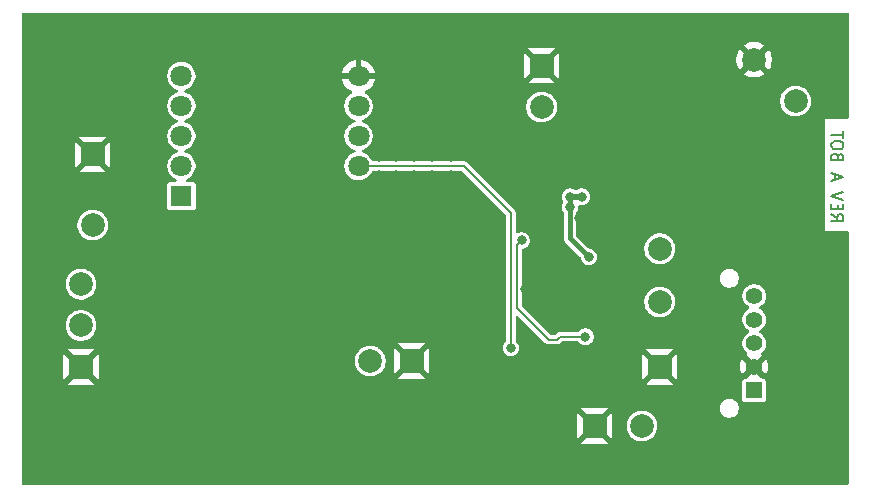
<source format=gbl>
%TF.GenerationSoftware,KiCad,Pcbnew,9.0.0-rc3-13-g9b184afb43*%
%TF.CreationDate,2025-02-16T14:58:27-08:00*%
%TF.ProjectId,Carrier_Board,43617272-6965-4725-9f42-6f6172642e6b,rev?*%
%TF.SameCoordinates,Original*%
%TF.FileFunction,Copper,L2,Bot*%
%TF.FilePolarity,Positive*%
%FSLAX46Y46*%
G04 Gerber Fmt 4.6, Leading zero omitted, Abs format (unit mm)*
G04 Created by KiCad (PCBNEW 9.0.0-rc3-13-g9b184afb43) date 2025-02-16 14:58:27*
%MOMM*%
%LPD*%
G01*
G04 APERTURE LIST*
%ADD10C,0.150000*%
%TA.AperFunction,NonConductor*%
%ADD11C,0.150000*%
%TD*%
%TA.AperFunction,ComponentPad*%
%ADD12R,1.800000X1.800000*%
%TD*%
%TA.AperFunction,ComponentPad*%
%ADD13C,1.800000*%
%TD*%
%TA.AperFunction,ComponentPad*%
%ADD14C,2.000000*%
%TD*%
%TA.AperFunction,ComponentPad*%
%ADD15R,2.000000X2.000000*%
%TD*%
%TA.AperFunction,ComponentPad*%
%ADD16R,1.400000X1.400000*%
%TD*%
%TA.AperFunction,ComponentPad*%
%ADD17C,1.400000*%
%TD*%
%TA.AperFunction,ViaPad*%
%ADD18C,0.800000*%
%TD*%
%TA.AperFunction,ViaPad*%
%ADD19C,0.700000*%
%TD*%
%TA.AperFunction,ViaPad*%
%ADD20C,5.000000*%
%TD*%
%TA.AperFunction,Conductor*%
%ADD21C,0.200000*%
%TD*%
%TA.AperFunction,Conductor*%
%ADD22C,0.400000*%
%TD*%
%TA.AperFunction,Conductor*%
%ADD23C,0.350000*%
%TD*%
%TA.AperFunction,Conductor*%
%ADD24C,0.500000*%
%TD*%
G04 APERTURE END LIST*
D10*
D11*
X183545180Y-97091792D02*
X184021371Y-97425125D01*
X183545180Y-97663220D02*
X184545180Y-97663220D01*
X184545180Y-97663220D02*
X184545180Y-97282268D01*
X184545180Y-97282268D02*
X184497561Y-97187030D01*
X184497561Y-97187030D02*
X184449942Y-97139411D01*
X184449942Y-97139411D02*
X184354704Y-97091792D01*
X184354704Y-97091792D02*
X184211847Y-97091792D01*
X184211847Y-97091792D02*
X184116609Y-97139411D01*
X184116609Y-97139411D02*
X184068990Y-97187030D01*
X184068990Y-97187030D02*
X184021371Y-97282268D01*
X184021371Y-97282268D02*
X184021371Y-97663220D01*
X184068990Y-96663220D02*
X184068990Y-96329887D01*
X183545180Y-96187030D02*
X183545180Y-96663220D01*
X183545180Y-96663220D02*
X184545180Y-96663220D01*
X184545180Y-96663220D02*
X184545180Y-96187030D01*
X184545180Y-95901315D02*
X183545180Y-95567982D01*
X183545180Y-95567982D02*
X184545180Y-95234649D01*
X183830895Y-94187029D02*
X183830895Y-93710839D01*
X183545180Y-94282267D02*
X184545180Y-93948934D01*
X184545180Y-93948934D02*
X183545180Y-93615601D01*
X184068990Y-92187029D02*
X184021371Y-92044172D01*
X184021371Y-92044172D02*
X183973752Y-91996553D01*
X183973752Y-91996553D02*
X183878514Y-91948934D01*
X183878514Y-91948934D02*
X183735657Y-91948934D01*
X183735657Y-91948934D02*
X183640419Y-91996553D01*
X183640419Y-91996553D02*
X183592800Y-92044172D01*
X183592800Y-92044172D02*
X183545180Y-92139410D01*
X183545180Y-92139410D02*
X183545180Y-92520362D01*
X183545180Y-92520362D02*
X184545180Y-92520362D01*
X184545180Y-92520362D02*
X184545180Y-92187029D01*
X184545180Y-92187029D02*
X184497561Y-92091791D01*
X184497561Y-92091791D02*
X184449942Y-92044172D01*
X184449942Y-92044172D02*
X184354704Y-91996553D01*
X184354704Y-91996553D02*
X184259466Y-91996553D01*
X184259466Y-91996553D02*
X184164228Y-92044172D01*
X184164228Y-92044172D02*
X184116609Y-92091791D01*
X184116609Y-92091791D02*
X184068990Y-92187029D01*
X184068990Y-92187029D02*
X184068990Y-92520362D01*
X184545180Y-91329886D02*
X184545180Y-91139410D01*
X184545180Y-91139410D02*
X184497561Y-91044172D01*
X184497561Y-91044172D02*
X184402323Y-90948934D01*
X184402323Y-90948934D02*
X184211847Y-90901315D01*
X184211847Y-90901315D02*
X183878514Y-90901315D01*
X183878514Y-90901315D02*
X183688038Y-90948934D01*
X183688038Y-90948934D02*
X183592800Y-91044172D01*
X183592800Y-91044172D02*
X183545180Y-91139410D01*
X183545180Y-91139410D02*
X183545180Y-91329886D01*
X183545180Y-91329886D02*
X183592800Y-91425124D01*
X183592800Y-91425124D02*
X183688038Y-91520362D01*
X183688038Y-91520362D02*
X183878514Y-91567981D01*
X183878514Y-91567981D02*
X184211847Y-91567981D01*
X184211847Y-91567981D02*
X184402323Y-91520362D01*
X184402323Y-91520362D02*
X184497561Y-91425124D01*
X184497561Y-91425124D02*
X184545180Y-91329886D01*
X184545180Y-90615600D02*
X184545180Y-90044172D01*
X183545180Y-90329886D02*
X184545180Y-90329886D01*
D12*
%TO.P,U1,1,3V3*%
%TO.N,3V3*%
X128500000Y-95540000D03*
D13*
%TO.P,U1,2,GPIO5*%
%TO.N,/STATUS_LED*%
X128500000Y-93000000D03*
%TO.P,U1,3,GPIO6*%
%TO.N,/CN105_OE*%
X128500000Y-90460000D03*
%TO.P,U1,4,GPIO7*%
%TO.N,/MODULE_SCL*%
X128500000Y-87920000D03*
%TO.P,U1,5,GPIO8*%
%TO.N,/MODULE_SDA*%
X128500000Y-85380000D03*
%TO.P,U1,6,GND*%
%TO.N,GND*%
X143500000Y-85380000D03*
%TO.P,U1,7,5V*%
%TO.N,5V_MODULE*%
X143500000Y-87920000D03*
%TO.P,U1,8,GPIO38*%
%TO.N,/CN105_TX_IN_3V3*%
X143500000Y-90460000D03*
%TO.P,U1,9,GPIO39*%
%TO.N,/CN105_RX_OUT_3V3*%
X143500000Y-93000000D03*
%TD*%
D14*
%TO.P,TP6,1,1*%
%TO.N,/MODULE_SCL*%
X120000000Y-103000000D03*
%TD*%
%TO.P,TP4,1,1*%
%TO.N,3V3*%
X144500000Y-109500000D03*
%TD*%
D15*
%TO.P,TP2,1,1*%
%TO.N,GND*%
X148000000Y-109500000D03*
%TD*%
%TO.P,TP16,1,1*%
%TO.N,GND*%
X169000000Y-110000000D03*
%TD*%
D14*
%TO.P,TP11,1,1*%
%TO.N,GND*%
X177000000Y-84000000D03*
%TD*%
D15*
%TO.P,TP3,1,1*%
%TO.N,GND*%
X121000000Y-92000000D03*
%TD*%
%TO.P,TP9,1,1*%
%TO.N,GND*%
X159000000Y-84500000D03*
%TD*%
D14*
%TO.P,TP7,1,1*%
%TO.N,/MODULE_SDA*%
X120000000Y-106500000D03*
%TD*%
%TO.P,TP8,1,1*%
%TO.N,5V_MODULE*%
X159000000Y-88000000D03*
%TD*%
%TO.P,TP10,1,1*%
%TO.N,5V_CN105*%
X180500000Y-87500000D03*
%TD*%
%TO.P,TP1,1,1*%
%TO.N,/STATUS_LED*%
X121000000Y-98000000D03*
%TD*%
%TO.P,TP12,1,1*%
%TO.N,/12V*%
X167500000Y-115000000D03*
%TD*%
D15*
%TO.P,TP13,1,1*%
%TO.N,GND*%
X163500000Y-115000000D03*
%TD*%
D16*
%TO.P,J1,1,Pin_1*%
%TO.N,/12V*%
X177000000Y-112000000D03*
D17*
%TO.P,J1,2,Pin_2*%
%TO.N,GND*%
X177000000Y-110000000D03*
%TO.P,J1,3,Pin_3*%
%TO.N,/CN105_5V_IN*%
X177000000Y-108000000D03*
%TO.P,J1,4,Pin_4*%
%TO.N,/CN105_TX_IN*%
X177000000Y-106000000D03*
%TO.P,J1,5,Pin_5*%
%TO.N,/CN105_RX_OUT*%
X177000000Y-104000000D03*
%TD*%
D14*
%TO.P,TP14,1,1*%
%TO.N,/CN105_TX_IN*%
X169000000Y-100000000D03*
%TD*%
%TO.P,TP15,1,1*%
%TO.N,/CN105_RX_OUT*%
X169000000Y-104500000D03*
%TD*%
D15*
%TO.P,TP5,1,1*%
%TO.N,GND*%
X120000000Y-110000000D03*
%TD*%
D18*
%TO.N,GND*%
X152300000Y-94200000D03*
X153500000Y-93000000D03*
X145200000Y-92200000D03*
X145200000Y-93800000D03*
X146700000Y-92200000D03*
X146700000Y-93800000D03*
X148200000Y-92200000D03*
X148200000Y-93800000D03*
X136000000Y-81000000D03*
X116000000Y-107000000D03*
D19*
X160000000Y-99225000D03*
D20*
X118000000Y-117000000D03*
D18*
X173500000Y-97000000D03*
X116000000Y-85000000D03*
X120000000Y-85000000D03*
X120000000Y-83000000D03*
X166000000Y-81000000D03*
X184000000Y-87000000D03*
X160000000Y-104500000D03*
X149700000Y-92200000D03*
X116000000Y-115000000D03*
X130000000Y-81000000D03*
X182000000Y-81000000D03*
X184000000Y-101000000D03*
X156000000Y-81000000D03*
X151000000Y-86137500D03*
X116000000Y-105000000D03*
X120000000Y-119000000D03*
X184000000Y-99000000D03*
X153400000Y-95200000D03*
X118000000Y-81000000D03*
X152962500Y-108037500D03*
X172000000Y-119000000D03*
X148000000Y-119000000D03*
X184000000Y-81000000D03*
X134000000Y-119000000D03*
X155400000Y-107500000D03*
X136000000Y-119000000D03*
X160000000Y-100775000D03*
X176000000Y-119000000D03*
X162850000Y-99275000D03*
X158000000Y-81000000D03*
X122000000Y-119000000D03*
X170000000Y-81000000D03*
X184000000Y-103000000D03*
X160000000Y-81000000D03*
X173300000Y-94250000D03*
X128000000Y-81000000D03*
X150000000Y-108037500D03*
X132000000Y-119000000D03*
X184000000Y-83000000D03*
X130000000Y-119000000D03*
X174000000Y-81000000D03*
X120000000Y-115000000D03*
X184000000Y-111000000D03*
X116000000Y-89000000D03*
X178100000Y-100000000D03*
X116000000Y-97000000D03*
X180000000Y-83000000D03*
X162000000Y-119000000D03*
X184000000Y-117000000D03*
X116000000Y-91000000D03*
X116000000Y-119000000D03*
X152000000Y-81000000D03*
X154000000Y-81000000D03*
X142000000Y-81000000D03*
X164000000Y-119000000D03*
X128000000Y-119000000D03*
X116000000Y-87000000D03*
X126000000Y-81000000D03*
X138000000Y-119000000D03*
X176000000Y-81000000D03*
X151300000Y-92200000D03*
X151300000Y-93800000D03*
X146000000Y-81000000D03*
X154750000Y-96500000D03*
X120000000Y-81000000D03*
X116000000Y-93000000D03*
X157250000Y-97750000D03*
X116000000Y-111000000D03*
X118000000Y-119000000D03*
X134000000Y-81000000D03*
X182000000Y-119000000D03*
X184000000Y-115000000D03*
X144000000Y-119000000D03*
X164000000Y-81000000D03*
X148000000Y-81000000D03*
X184000000Y-85000000D03*
X155500000Y-97750000D03*
X120000000Y-117000000D03*
X157316228Y-107451315D03*
X180000000Y-117000000D03*
D19*
X160000000Y-105950000D03*
D18*
X146000000Y-119000000D03*
X124000000Y-81000000D03*
X116000000Y-81000000D03*
X158000000Y-119000000D03*
X180000000Y-115000000D03*
X162200000Y-97400000D03*
X153412500Y-99500000D03*
X184000000Y-107000000D03*
X137000000Y-115500000D03*
X140000000Y-119000000D03*
X116000000Y-103000000D03*
X126150000Y-112650000D03*
X182000000Y-85000000D03*
X160450000Y-97400000D03*
X140000000Y-81000000D03*
X150000000Y-81000000D03*
X182000000Y-115000000D03*
X132000000Y-81000000D03*
X116000000Y-109000000D03*
D20*
X118000000Y-83000000D03*
D18*
X155975000Y-95275000D03*
X178000000Y-81000000D03*
X126000000Y-119000000D03*
X168000000Y-81000000D03*
X118000000Y-85000000D03*
X118000000Y-115000000D03*
X142000000Y-119000000D03*
X153593750Y-85962500D03*
X124000000Y-119000000D03*
X184000000Y-113000000D03*
X138000000Y-81000000D03*
X174000000Y-119000000D03*
X152000000Y-119000000D03*
X144000000Y-81000000D03*
X116000000Y-117000000D03*
X116000000Y-101000000D03*
D20*
X182000000Y-117000000D03*
D19*
X160000000Y-107000000D03*
D18*
X180000000Y-81000000D03*
X155500000Y-103400000D03*
X184000000Y-109000000D03*
X149700000Y-93800000D03*
X170000000Y-84500000D03*
X180000000Y-85000000D03*
X168000000Y-119000000D03*
X156000000Y-119000000D03*
X172000000Y-81000000D03*
X178000000Y-119000000D03*
X116000000Y-83000000D03*
X166000000Y-119000000D03*
X180000000Y-119000000D03*
D20*
X182000000Y-83000000D03*
D18*
X160000000Y-102225000D03*
X184000000Y-119000000D03*
X162000000Y-81000000D03*
X133862500Y-111650000D03*
X150000000Y-119000000D03*
X160000000Y-119000000D03*
X184000000Y-105000000D03*
X116000000Y-95000000D03*
X116000000Y-113000000D03*
X170000000Y-119000000D03*
X122000000Y-81000000D03*
X157600000Y-103400000D03*
X154000000Y-119000000D03*
X154600000Y-94000000D03*
X116000000Y-99000000D03*
%TO.N,5V_CN105*%
X161400000Y-95600000D03*
X161400000Y-96500000D03*
X163000000Y-100700000D03*
X162400000Y-95600000D03*
%TO.N,/CN105_OE*%
X162700000Y-107450000D03*
X157300000Y-99300000D03*
%TO.N,/CN105_RX_OUT_3V3*%
X156400000Y-108400000D03*
%TD*%
D21*
%TO.N,/CN105_RX_OUT_3V3*%
X156400000Y-97000000D02*
X152400000Y-93000000D01*
X152400000Y-93000000D02*
X143500000Y-93000000D01*
X156400000Y-108400000D02*
X156400000Y-97000000D01*
D22*
%TO.N,5V_CN105*%
X161400000Y-98900000D02*
X161400000Y-95600000D01*
D23*
X161400000Y-99100000D02*
X161400000Y-98900000D01*
D24*
X162400000Y-95600000D02*
X161400000Y-95600000D01*
D22*
X163000000Y-100700000D02*
X161400000Y-99100000D01*
D21*
%TO.N,/CN105_OE*%
X157300000Y-99300000D02*
X156900000Y-99700000D01*
X162650000Y-107400000D02*
X162700000Y-107450000D01*
X156900000Y-105000000D02*
X159600000Y-107700000D01*
X160300000Y-107700000D02*
X160550000Y-107450000D01*
X160550000Y-107450000D02*
X162700000Y-107450000D01*
X159600000Y-107700000D02*
X160300000Y-107700000D01*
X156900000Y-99700000D02*
X156900000Y-105000000D01*
%TD*%
%TA.AperFunction,Conductor*%
%TO.N,GND*%
G36*
X184942539Y-80020185D02*
G01*
X184988294Y-80072989D01*
X184999500Y-80124500D01*
X184999500Y-88876000D01*
X184979815Y-88943039D01*
X184927011Y-88988794D01*
X184875500Y-89000000D01*
X183000000Y-89000000D01*
X183000000Y-98500000D01*
X184875500Y-98500000D01*
X184942539Y-98519685D01*
X184988294Y-98572489D01*
X184999500Y-98624000D01*
X184999500Y-119875500D01*
X184979815Y-119942539D01*
X184927011Y-119988294D01*
X184875500Y-119999500D01*
X115124500Y-119999500D01*
X115057461Y-119979815D01*
X115011706Y-119927011D01*
X115000500Y-119875500D01*
X115000500Y-113952155D01*
X162000000Y-113952155D01*
X162000000Y-116047844D01*
X162006401Y-116107375D01*
X162015277Y-116131170D01*
X163017037Y-115129410D01*
X163034075Y-115192993D01*
X163099901Y-115307007D01*
X163192993Y-115400099D01*
X163307007Y-115465925D01*
X163370589Y-115482962D01*
X162368829Y-116484720D01*
X162368829Y-116484722D01*
X162392622Y-116493597D01*
X162392623Y-116493598D01*
X162452155Y-116499999D01*
X162452172Y-116500000D01*
X164547828Y-116500000D01*
X164547844Y-116499999D01*
X164607372Y-116493598D01*
X164631169Y-116484721D01*
X163629410Y-115482962D01*
X163692993Y-115465925D01*
X163807007Y-115400099D01*
X163900099Y-115307007D01*
X163965925Y-115192993D01*
X163982962Y-115129410D01*
X164984721Y-116131169D01*
X164993598Y-116107372D01*
X164999999Y-116047844D01*
X165000000Y-116047827D01*
X165000000Y-114897648D01*
X166199500Y-114897648D01*
X166199500Y-115102351D01*
X166231522Y-115304534D01*
X166294781Y-115499223D01*
X166387715Y-115681613D01*
X166508028Y-115847213D01*
X166652786Y-115991971D01*
X166807749Y-116104556D01*
X166818390Y-116112287D01*
X166934607Y-116171503D01*
X167000776Y-116205218D01*
X167000778Y-116205218D01*
X167000781Y-116205220D01*
X167105137Y-116239127D01*
X167195465Y-116268477D01*
X167296557Y-116284488D01*
X167397648Y-116300500D01*
X167397649Y-116300500D01*
X167602351Y-116300500D01*
X167602352Y-116300500D01*
X167804534Y-116268477D01*
X167999219Y-116205220D01*
X168181610Y-116112287D01*
X168274590Y-116044732D01*
X168347213Y-115991971D01*
X168347215Y-115991968D01*
X168347219Y-115991966D01*
X168491966Y-115847219D01*
X168491968Y-115847215D01*
X168491971Y-115847213D01*
X168544732Y-115774590D01*
X168612287Y-115681610D01*
X168705220Y-115499219D01*
X168768477Y-115304534D01*
X168800500Y-115102352D01*
X168800500Y-114897648D01*
X168768477Y-114695466D01*
X168767673Y-114692993D01*
X168705218Y-114500776D01*
X168671503Y-114434607D01*
X168612287Y-114318390D01*
X168576939Y-114269737D01*
X168491971Y-114152786D01*
X168347213Y-114008028D01*
X168181613Y-113887715D01*
X168181612Y-113887714D01*
X168181610Y-113887713D01*
X168124653Y-113858691D01*
X167999223Y-113794781D01*
X167804534Y-113731522D01*
X167629995Y-113703878D01*
X167602352Y-113699500D01*
X167397648Y-113699500D01*
X167373329Y-113703351D01*
X167195465Y-113731522D01*
X167000776Y-113794781D01*
X166818386Y-113887715D01*
X166652786Y-114008028D01*
X166508028Y-114152786D01*
X166387715Y-114318386D01*
X166294781Y-114500776D01*
X166231522Y-114695465D01*
X166199500Y-114897648D01*
X165000000Y-114897648D01*
X165000000Y-113952172D01*
X164999999Y-113952155D01*
X164993598Y-113892623D01*
X164993597Y-113892622D01*
X164984722Y-113868829D01*
X164984720Y-113868829D01*
X163982962Y-114870588D01*
X163965925Y-114807007D01*
X163900099Y-114692993D01*
X163807007Y-114599901D01*
X163692993Y-114534075D01*
X163629410Y-114517037D01*
X164631170Y-113515277D01*
X164631170Y-113515276D01*
X164607378Y-113506402D01*
X164607375Y-113506401D01*
X164547844Y-113500000D01*
X162452155Y-113500000D01*
X162392627Y-113506401D01*
X162392623Y-113506402D01*
X162368829Y-113515277D01*
X163370589Y-114517037D01*
X163307007Y-114534075D01*
X163192993Y-114599901D01*
X163099901Y-114692993D01*
X163034075Y-114807007D01*
X163017037Y-114870589D01*
X162015277Y-113868829D01*
X162006402Y-113892623D01*
X162006401Y-113892627D01*
X162000000Y-113952155D01*
X115000500Y-113952155D01*
X115000500Y-113421153D01*
X174099500Y-113421153D01*
X174099500Y-113578846D01*
X174130261Y-113733489D01*
X174130264Y-113733501D01*
X174190602Y-113879172D01*
X174190609Y-113879185D01*
X174278210Y-114010288D01*
X174278213Y-114010292D01*
X174389707Y-114121786D01*
X174389711Y-114121789D01*
X174520814Y-114209390D01*
X174520827Y-114209397D01*
X174666498Y-114269735D01*
X174666503Y-114269737D01*
X174821153Y-114300499D01*
X174821156Y-114300500D01*
X174821158Y-114300500D01*
X174978844Y-114300500D01*
X174978845Y-114300499D01*
X175133497Y-114269737D01*
X175279179Y-114209394D01*
X175410289Y-114121789D01*
X175521789Y-114010289D01*
X175609394Y-113879179D01*
X175669737Y-113733497D01*
X175700500Y-113578842D01*
X175700500Y-113421158D01*
X175700500Y-113421155D01*
X175700499Y-113421153D01*
X175669738Y-113266510D01*
X175669737Y-113266503D01*
X175669735Y-113266498D01*
X175609397Y-113120827D01*
X175609390Y-113120814D01*
X175521789Y-112989711D01*
X175521786Y-112989707D01*
X175410292Y-112878213D01*
X175410288Y-112878210D01*
X175279185Y-112790609D01*
X175279172Y-112790602D01*
X175133501Y-112730264D01*
X175133489Y-112730261D01*
X174978845Y-112699500D01*
X174978842Y-112699500D01*
X174821158Y-112699500D01*
X174821155Y-112699500D01*
X174666510Y-112730261D01*
X174666498Y-112730264D01*
X174520827Y-112790602D01*
X174520814Y-112790609D01*
X174389711Y-112878210D01*
X174389707Y-112878213D01*
X174278213Y-112989707D01*
X174278210Y-112989711D01*
X174190609Y-113120814D01*
X174190602Y-113120827D01*
X174130264Y-113266498D01*
X174130261Y-113266510D01*
X174099500Y-113421153D01*
X115000500Y-113421153D01*
X115000500Y-108952155D01*
X118500000Y-108952155D01*
X118500000Y-111047844D01*
X118506401Y-111107375D01*
X118515277Y-111131170D01*
X119517037Y-110129410D01*
X119534075Y-110192993D01*
X119599901Y-110307007D01*
X119692993Y-110400099D01*
X119807007Y-110465925D01*
X119870589Y-110482962D01*
X118868829Y-111484720D01*
X118868829Y-111484722D01*
X118892622Y-111493597D01*
X118892623Y-111493598D01*
X118952155Y-111499999D01*
X118952172Y-111500000D01*
X121047828Y-111500000D01*
X121047844Y-111499999D01*
X121107372Y-111493598D01*
X121131169Y-111484721D01*
X120129410Y-110482962D01*
X120192993Y-110465925D01*
X120307007Y-110400099D01*
X120400099Y-110307007D01*
X120465925Y-110192993D01*
X120482962Y-110129410D01*
X121484721Y-111131169D01*
X121493598Y-111107372D01*
X121499999Y-111047844D01*
X121500000Y-111047827D01*
X121500000Y-109397648D01*
X143199500Y-109397648D01*
X143199500Y-109602351D01*
X143231522Y-109804534D01*
X143294781Y-109999223D01*
X143387715Y-110181613D01*
X143508028Y-110347213D01*
X143652786Y-110491971D01*
X143807749Y-110604556D01*
X143818390Y-110612287D01*
X143934607Y-110671503D01*
X144000776Y-110705218D01*
X144000778Y-110705218D01*
X144000781Y-110705220D01*
X144105137Y-110739127D01*
X144195465Y-110768477D01*
X144296557Y-110784488D01*
X144397648Y-110800500D01*
X144397649Y-110800500D01*
X144602351Y-110800500D01*
X144602352Y-110800500D01*
X144804534Y-110768477D01*
X144999219Y-110705220D01*
X145181610Y-110612287D01*
X145274590Y-110544732D01*
X145347213Y-110491971D01*
X145347215Y-110491968D01*
X145347219Y-110491966D01*
X145491966Y-110347219D01*
X145491968Y-110347215D01*
X145491971Y-110347213D01*
X145544732Y-110274590D01*
X145612287Y-110181610D01*
X145705220Y-109999219D01*
X145768477Y-109804534D01*
X145800500Y-109602352D01*
X145800500Y-109397648D01*
X145768477Y-109195466D01*
X145767673Y-109192993D01*
X145705218Y-109000776D01*
X145665903Y-108923617D01*
X145612287Y-108818390D01*
X145586242Y-108782542D01*
X145491971Y-108652786D01*
X145347213Y-108508028D01*
X145270309Y-108452155D01*
X146500000Y-108452155D01*
X146500000Y-110547844D01*
X146506401Y-110607375D01*
X146515277Y-110631170D01*
X147517037Y-109629410D01*
X147534075Y-109692993D01*
X147599901Y-109807007D01*
X147692993Y-109900099D01*
X147807007Y-109965925D01*
X147870589Y-109982962D01*
X146868829Y-110984720D01*
X146868829Y-110984722D01*
X146892622Y-110993597D01*
X146892623Y-110993598D01*
X146952155Y-110999999D01*
X146952172Y-111000000D01*
X149047828Y-111000000D01*
X149047844Y-110999999D01*
X149107372Y-110993598D01*
X149131169Y-110984721D01*
X148129410Y-109982962D01*
X148192993Y-109965925D01*
X148307007Y-109900099D01*
X148400099Y-109807007D01*
X148465925Y-109692993D01*
X148482962Y-109629410D01*
X149484721Y-110631169D01*
X149493598Y-110607372D01*
X149499999Y-110547844D01*
X149500000Y-110547827D01*
X149500000Y-108452172D01*
X149499999Y-108452155D01*
X149493598Y-108392623D01*
X149493597Y-108392622D01*
X149484722Y-108368829D01*
X149484720Y-108368829D01*
X148482962Y-109370588D01*
X148465925Y-109307007D01*
X148400099Y-109192993D01*
X148307007Y-109099901D01*
X148192993Y-109034075D01*
X148129410Y-109017037D01*
X149131170Y-108015277D01*
X149131170Y-108015276D01*
X149107375Y-108006401D01*
X149047844Y-108000000D01*
X146952155Y-108000000D01*
X146892627Y-108006401D01*
X146892623Y-108006402D01*
X146868829Y-108015277D01*
X147870589Y-109017037D01*
X147807007Y-109034075D01*
X147692993Y-109099901D01*
X147599901Y-109192993D01*
X147534075Y-109307007D01*
X147517037Y-109370589D01*
X146515277Y-108368829D01*
X146506402Y-108392623D01*
X146506401Y-108392627D01*
X146500000Y-108452155D01*
X145270309Y-108452155D01*
X145181613Y-108387715D01*
X145181612Y-108387714D01*
X145181610Y-108387713D01*
X145124653Y-108358691D01*
X144999223Y-108294781D01*
X144804534Y-108231522D01*
X144629995Y-108203878D01*
X144602352Y-108199500D01*
X144397648Y-108199500D01*
X144373329Y-108203351D01*
X144195465Y-108231522D01*
X144000776Y-108294781D01*
X143818386Y-108387715D01*
X143652786Y-108508028D01*
X143508028Y-108652786D01*
X143387715Y-108818386D01*
X143294781Y-109000776D01*
X143231522Y-109195465D01*
X143199500Y-109397648D01*
X121500000Y-109397648D01*
X121500000Y-108952172D01*
X121499999Y-108952155D01*
X121493598Y-108892623D01*
X121493597Y-108892622D01*
X121484722Y-108868829D01*
X121484720Y-108868829D01*
X120482962Y-109870588D01*
X120465925Y-109807007D01*
X120400099Y-109692993D01*
X120307007Y-109599901D01*
X120192993Y-109534075D01*
X120129410Y-109517037D01*
X121131170Y-108515277D01*
X121131170Y-108515276D01*
X121107375Y-108506401D01*
X121047844Y-108500000D01*
X118952155Y-108500000D01*
X118892627Y-108506401D01*
X118892623Y-108506402D01*
X118868829Y-108515277D01*
X119870589Y-109517037D01*
X119807007Y-109534075D01*
X119692993Y-109599901D01*
X119599901Y-109692993D01*
X119534075Y-109807007D01*
X119517037Y-109870589D01*
X118515277Y-108868829D01*
X118506402Y-108892623D01*
X118506401Y-108892627D01*
X118500000Y-108952155D01*
X115000500Y-108952155D01*
X115000500Y-106397648D01*
X118699500Y-106397648D01*
X118699500Y-106602351D01*
X118731522Y-106804534D01*
X118794781Y-106999223D01*
X118887715Y-107181613D01*
X119008028Y-107347213D01*
X119152786Y-107491971D01*
X119307749Y-107604556D01*
X119318390Y-107612287D01*
X119400908Y-107654332D01*
X119500776Y-107705218D01*
X119500778Y-107705218D01*
X119500781Y-107705220D01*
X119605137Y-107739127D01*
X119695465Y-107768477D01*
X119779608Y-107781804D01*
X119897648Y-107800500D01*
X119897649Y-107800500D01*
X120102351Y-107800500D01*
X120102352Y-107800500D01*
X120304534Y-107768477D01*
X120499219Y-107705220D01*
X120681610Y-107612287D01*
X120774590Y-107544732D01*
X120847213Y-107491971D01*
X120847215Y-107491968D01*
X120847219Y-107491966D01*
X120991966Y-107347219D01*
X120991968Y-107347215D01*
X120991971Y-107347213D01*
X121065740Y-107245677D01*
X121112287Y-107181610D01*
X121205220Y-106999219D01*
X121268477Y-106804534D01*
X121300500Y-106602352D01*
X121300500Y-106397648D01*
X121268477Y-106195466D01*
X121205220Y-106000781D01*
X121205218Y-106000778D01*
X121205218Y-106000776D01*
X121154611Y-105901456D01*
X121112287Y-105818390D01*
X121099289Y-105800500D01*
X120991971Y-105652786D01*
X120847213Y-105508028D01*
X120681613Y-105387715D01*
X120681612Y-105387714D01*
X120681610Y-105387713D01*
X120624653Y-105358691D01*
X120499223Y-105294781D01*
X120304534Y-105231522D01*
X120129995Y-105203878D01*
X120102352Y-105199500D01*
X119897648Y-105199500D01*
X119873329Y-105203351D01*
X119695465Y-105231522D01*
X119500776Y-105294781D01*
X119318386Y-105387715D01*
X119152786Y-105508028D01*
X119008028Y-105652786D01*
X118887715Y-105818386D01*
X118794781Y-106000776D01*
X118731522Y-106195465D01*
X118699500Y-106397648D01*
X115000500Y-106397648D01*
X115000500Y-102897648D01*
X118699500Y-102897648D01*
X118699500Y-103102351D01*
X118731522Y-103304534D01*
X118794781Y-103499223D01*
X118808469Y-103526086D01*
X118873026Y-103652786D01*
X118887715Y-103681613D01*
X119008028Y-103847213D01*
X119152786Y-103991971D01*
X119299470Y-104098541D01*
X119318390Y-104112287D01*
X119434607Y-104171503D01*
X119500776Y-104205218D01*
X119500778Y-104205218D01*
X119500781Y-104205220D01*
X119605137Y-104239127D01*
X119695465Y-104268477D01*
X119796557Y-104284488D01*
X119897648Y-104300500D01*
X119897649Y-104300500D01*
X120102351Y-104300500D01*
X120102352Y-104300500D01*
X120304534Y-104268477D01*
X120499219Y-104205220D01*
X120681610Y-104112287D01*
X120774590Y-104044732D01*
X120847213Y-103991971D01*
X120847215Y-103991968D01*
X120847219Y-103991966D01*
X120991966Y-103847219D01*
X120991968Y-103847215D01*
X120991971Y-103847213D01*
X121092990Y-103708170D01*
X121112287Y-103681610D01*
X121205220Y-103499219D01*
X121268477Y-103304534D01*
X121300500Y-103102352D01*
X121300500Y-102897648D01*
X121268477Y-102695466D01*
X121205220Y-102500781D01*
X121205218Y-102500778D01*
X121205218Y-102500776D01*
X121164647Y-102421153D01*
X121112287Y-102318390D01*
X121104556Y-102307749D01*
X120991971Y-102152786D01*
X120847213Y-102008028D01*
X120681613Y-101887715D01*
X120681612Y-101887714D01*
X120681610Y-101887713D01*
X120624653Y-101858691D01*
X120499223Y-101794781D01*
X120304534Y-101731522D01*
X120129995Y-101703878D01*
X120102352Y-101699500D01*
X119897648Y-101699500D01*
X119873329Y-101703351D01*
X119695465Y-101731522D01*
X119500776Y-101794781D01*
X119318386Y-101887715D01*
X119152786Y-102008028D01*
X119008028Y-102152786D01*
X118887715Y-102318386D01*
X118794781Y-102500776D01*
X118731522Y-102695465D01*
X118699500Y-102897648D01*
X115000500Y-102897648D01*
X115000500Y-97897648D01*
X119699500Y-97897648D01*
X119699500Y-98102351D01*
X119731522Y-98304534D01*
X119794781Y-98499223D01*
X119845876Y-98599500D01*
X119886499Y-98679228D01*
X119887715Y-98681613D01*
X120008028Y-98847213D01*
X120152786Y-98991971D01*
X120295514Y-99095667D01*
X120318390Y-99112287D01*
X120397864Y-99152781D01*
X120500776Y-99205218D01*
X120500778Y-99205218D01*
X120500781Y-99205220D01*
X120580136Y-99231004D01*
X120695465Y-99268477D01*
X120796557Y-99284488D01*
X120897648Y-99300500D01*
X120897649Y-99300500D01*
X121102351Y-99300500D01*
X121102352Y-99300500D01*
X121304534Y-99268477D01*
X121499219Y-99205220D01*
X121681610Y-99112287D01*
X121794868Y-99030001D01*
X121847213Y-98991971D01*
X121847215Y-98991968D01*
X121847219Y-98991966D01*
X121991966Y-98847219D01*
X121991968Y-98847215D01*
X121991971Y-98847213D01*
X122099289Y-98699500D01*
X122112287Y-98681610D01*
X122205220Y-98499219D01*
X122268477Y-98304534D01*
X122300500Y-98102352D01*
X122300500Y-97897648D01*
X122268477Y-97695466D01*
X122205220Y-97500781D01*
X122205218Y-97500778D01*
X122205218Y-97500776D01*
X122171503Y-97434607D01*
X122112287Y-97318390D01*
X122104556Y-97307749D01*
X121991971Y-97152786D01*
X121847213Y-97008028D01*
X121681613Y-96887715D01*
X121681612Y-96887714D01*
X121681610Y-96887713D01*
X121598586Y-96845410D01*
X121499223Y-96794781D01*
X121304534Y-96731522D01*
X121129995Y-96703878D01*
X121102352Y-96699500D01*
X120897648Y-96699500D01*
X120873329Y-96703351D01*
X120695465Y-96731522D01*
X120500776Y-96794781D01*
X120318386Y-96887715D01*
X120152786Y-97008028D01*
X120008028Y-97152786D01*
X119887715Y-97318386D01*
X119794781Y-97500776D01*
X119731522Y-97695465D01*
X119699500Y-97897648D01*
X115000500Y-97897648D01*
X115000500Y-90952155D01*
X119500000Y-90952155D01*
X119500000Y-93047844D01*
X119506401Y-93107375D01*
X119515277Y-93131170D01*
X120517037Y-92129410D01*
X120534075Y-92192993D01*
X120599901Y-92307007D01*
X120692993Y-92400099D01*
X120807007Y-92465925D01*
X120870589Y-92482962D01*
X119868829Y-93484720D01*
X119868829Y-93484722D01*
X119892622Y-93493597D01*
X119892623Y-93493598D01*
X119952155Y-93499999D01*
X119952172Y-93500000D01*
X122047828Y-93500000D01*
X122047844Y-93499999D01*
X122107372Y-93493598D01*
X122131169Y-93484721D01*
X121129410Y-92482962D01*
X121192993Y-92465925D01*
X121307007Y-92400099D01*
X121400099Y-92307007D01*
X121465925Y-92192993D01*
X121482962Y-92129410D01*
X122484721Y-93131169D01*
X122493598Y-93107372D01*
X122499999Y-93047844D01*
X122500000Y-93047827D01*
X122500000Y-90952172D01*
X122499999Y-90952155D01*
X122493598Y-90892623D01*
X122493597Y-90892622D01*
X122484722Y-90868829D01*
X122484720Y-90868829D01*
X121482962Y-91870588D01*
X121465925Y-91807007D01*
X121400099Y-91692993D01*
X121307007Y-91599901D01*
X121192993Y-91534075D01*
X121129410Y-91517037D01*
X122131170Y-90515277D01*
X122131170Y-90515276D01*
X122107375Y-90506401D01*
X122047844Y-90500000D01*
X119952155Y-90500000D01*
X119892627Y-90506401D01*
X119892623Y-90506402D01*
X119868829Y-90515277D01*
X120870589Y-91517037D01*
X120807007Y-91534075D01*
X120692993Y-91599901D01*
X120599901Y-91692993D01*
X120534075Y-91807007D01*
X120517037Y-91870589D01*
X119515277Y-90868829D01*
X119506402Y-90892623D01*
X119506401Y-90892627D01*
X119500000Y-90952155D01*
X115000500Y-90952155D01*
X115000500Y-85285513D01*
X127299500Y-85285513D01*
X127299500Y-85474486D01*
X127329059Y-85661118D01*
X127387454Y-85840836D01*
X127426471Y-85917410D01*
X127473240Y-86009199D01*
X127584310Y-86162073D01*
X127717927Y-86295690D01*
X127870801Y-86406760D01*
X127950347Y-86447290D01*
X128039163Y-86492545D01*
X128039165Y-86492545D01*
X128039168Y-86492547D01*
X128086832Y-86508034D01*
X128160803Y-86532069D01*
X128218478Y-86571507D01*
X128245676Y-86635866D01*
X128233761Y-86704712D01*
X128186516Y-86756188D01*
X128160803Y-86767931D01*
X128039163Y-86807454D01*
X127870800Y-86893240D01*
X127783579Y-86956610D01*
X127717927Y-87004310D01*
X127717925Y-87004312D01*
X127717924Y-87004312D01*
X127584312Y-87137924D01*
X127584312Y-87137925D01*
X127584310Y-87137927D01*
X127542506Y-87195465D01*
X127473240Y-87290800D01*
X127387454Y-87459163D01*
X127329059Y-87638881D01*
X127299500Y-87825513D01*
X127299500Y-88014486D01*
X127329059Y-88201118D01*
X127387454Y-88380836D01*
X127444078Y-88491966D01*
X127473240Y-88549199D01*
X127584310Y-88702073D01*
X127717927Y-88835690D01*
X127870801Y-88946760D01*
X127950347Y-88987290D01*
X128039163Y-89032545D01*
X128039165Y-89032545D01*
X128039168Y-89032547D01*
X128128734Y-89061649D01*
X128160803Y-89072069D01*
X128218478Y-89111507D01*
X128245676Y-89175866D01*
X128233761Y-89244712D01*
X128186516Y-89296188D01*
X128160803Y-89307931D01*
X128039163Y-89347454D01*
X127870800Y-89433240D01*
X127783579Y-89496610D01*
X127717927Y-89544310D01*
X127717925Y-89544312D01*
X127717924Y-89544312D01*
X127584312Y-89677924D01*
X127584312Y-89677925D01*
X127584310Y-89677927D01*
X127536610Y-89743579D01*
X127473240Y-89830800D01*
X127387454Y-89999163D01*
X127329059Y-90178881D01*
X127299500Y-90365513D01*
X127299500Y-90554486D01*
X127329059Y-90741118D01*
X127387454Y-90920836D01*
X127403421Y-90952172D01*
X127473240Y-91089199D01*
X127584310Y-91242073D01*
X127717927Y-91375690D01*
X127870801Y-91486760D01*
X127950347Y-91527290D01*
X128039163Y-91572545D01*
X128039165Y-91572545D01*
X128039168Y-91572547D01*
X128123354Y-91599901D01*
X128160803Y-91612069D01*
X128218478Y-91651507D01*
X128245676Y-91715866D01*
X128233761Y-91784712D01*
X128186516Y-91836188D01*
X128160803Y-91847931D01*
X128039163Y-91887454D01*
X127870800Y-91973240D01*
X127833969Y-92000000D01*
X127717927Y-92084310D01*
X127717925Y-92084312D01*
X127717924Y-92084312D01*
X127584312Y-92217924D01*
X127584312Y-92217925D01*
X127584310Y-92217927D01*
X127536610Y-92283579D01*
X127473240Y-92370800D01*
X127387454Y-92539163D01*
X127329059Y-92718881D01*
X127299500Y-92905513D01*
X127299500Y-93094486D01*
X127329059Y-93281118D01*
X127387454Y-93460836D01*
X127473240Y-93629199D01*
X127584310Y-93782073D01*
X127717927Y-93915690D01*
X127870801Y-94026760D01*
X128024386Y-94105015D01*
X128075182Y-94152989D01*
X128091977Y-94220810D01*
X128069440Y-94286945D01*
X128014725Y-94330397D01*
X127968091Y-94339500D01*
X127555143Y-94339500D01*
X127555117Y-94339502D01*
X127530012Y-94342413D01*
X127530008Y-94342415D01*
X127427235Y-94387793D01*
X127347794Y-94467234D01*
X127302415Y-94570006D01*
X127302415Y-94570008D01*
X127299500Y-94595131D01*
X127299500Y-96484856D01*
X127299502Y-96484882D01*
X127302413Y-96509987D01*
X127302415Y-96509991D01*
X127347793Y-96612764D01*
X127347794Y-96612765D01*
X127427235Y-96692206D01*
X127530009Y-96737585D01*
X127555135Y-96740500D01*
X129444864Y-96740499D01*
X129444879Y-96740497D01*
X129444882Y-96740497D01*
X129469987Y-96737586D01*
X129469988Y-96737585D01*
X129469991Y-96737585D01*
X129572765Y-96692206D01*
X129652206Y-96612765D01*
X129697585Y-96509991D01*
X129700500Y-96484865D01*
X129700499Y-94595136D01*
X129700497Y-94595117D01*
X129697586Y-94570012D01*
X129697585Y-94570010D01*
X129697585Y-94570009D01*
X129652206Y-94467235D01*
X129572765Y-94387794D01*
X129572763Y-94387793D01*
X129469992Y-94342415D01*
X129444868Y-94339500D01*
X129031909Y-94339500D01*
X128964870Y-94319815D01*
X128919115Y-94267011D01*
X128909171Y-94197853D01*
X128938196Y-94134297D01*
X128975614Y-94105015D01*
X129129199Y-94026760D01*
X129282073Y-93915690D01*
X129415690Y-93782073D01*
X129526760Y-93629199D01*
X129612547Y-93460832D01*
X129670940Y-93281118D01*
X129700500Y-93094486D01*
X129700500Y-92905513D01*
X129670940Y-92718881D01*
X129612545Y-92539163D01*
X129526759Y-92370800D01*
X129415690Y-92217927D01*
X129282073Y-92084310D01*
X129129199Y-91973240D01*
X128960836Y-91887454D01*
X128886472Y-91863291D01*
X128839195Y-91847930D01*
X128781521Y-91808493D01*
X128754323Y-91744134D01*
X128766238Y-91675288D01*
X128813482Y-91623812D01*
X128839194Y-91612069D01*
X128960832Y-91572547D01*
X129129199Y-91486760D01*
X129282073Y-91375690D01*
X129415690Y-91242073D01*
X129526760Y-91089199D01*
X129612547Y-90920832D01*
X129670940Y-90741118D01*
X129700500Y-90554486D01*
X129700500Y-90365513D01*
X129670940Y-90178881D01*
X129612545Y-89999163D01*
X129526759Y-89830800D01*
X129415690Y-89677927D01*
X129282073Y-89544310D01*
X129129199Y-89433240D01*
X128960836Y-89347454D01*
X128886472Y-89323291D01*
X128839195Y-89307930D01*
X128781521Y-89268493D01*
X128754323Y-89204134D01*
X128766238Y-89135288D01*
X128813482Y-89083812D01*
X128839194Y-89072069D01*
X128960832Y-89032547D01*
X129129199Y-88946760D01*
X129282073Y-88835690D01*
X129415690Y-88702073D01*
X129526760Y-88549199D01*
X129612547Y-88380832D01*
X129670940Y-88201118D01*
X129686583Y-88102351D01*
X129700500Y-88014486D01*
X129700500Y-87825513D01*
X129670940Y-87638881D01*
X129626066Y-87500776D01*
X129612547Y-87459168D01*
X129612545Y-87459165D01*
X129612545Y-87459163D01*
X129540815Y-87318386D01*
X129526760Y-87290801D01*
X129415690Y-87137927D01*
X129282073Y-87004310D01*
X129129199Y-86893240D01*
X129088367Y-86872435D01*
X128960836Y-86807454D01*
X128886472Y-86783291D01*
X128839195Y-86767930D01*
X128781521Y-86728493D01*
X128754323Y-86664134D01*
X128766238Y-86595288D01*
X128813482Y-86543812D01*
X128839194Y-86532069D01*
X128960832Y-86492547D01*
X129129199Y-86406760D01*
X129282073Y-86295690D01*
X129415690Y-86162073D01*
X129526760Y-86009199D01*
X129612547Y-85840832D01*
X129670940Y-85661118D01*
X129688883Y-85547827D01*
X129700500Y-85474485D01*
X129700500Y-85285514D01*
X129684811Y-85186462D01*
X129684811Y-85186460D01*
X129675869Y-85130000D01*
X142122145Y-85130000D01*
X143038120Y-85130000D01*
X143010778Y-85177358D01*
X142975000Y-85310882D01*
X142975000Y-85449118D01*
X143010778Y-85582642D01*
X143038120Y-85630000D01*
X142122145Y-85630000D01*
X142134473Y-85707835D01*
X142134473Y-85707838D01*
X142202567Y-85917410D01*
X142302613Y-86113760D01*
X142432142Y-86292041D01*
X142587958Y-86447857D01*
X142766239Y-86577386D01*
X142911629Y-86651466D01*
X142962425Y-86699440D01*
X142979220Y-86767261D01*
X142956683Y-86833396D01*
X142911631Y-86872435D01*
X142881648Y-86887713D01*
X142870801Y-86893240D01*
X142717927Y-87004310D01*
X142717925Y-87004312D01*
X142717924Y-87004312D01*
X142584312Y-87137924D01*
X142584312Y-87137925D01*
X142584310Y-87137927D01*
X142542506Y-87195465D01*
X142473240Y-87290800D01*
X142387454Y-87459163D01*
X142329059Y-87638881D01*
X142299500Y-87825513D01*
X142299500Y-88014486D01*
X142329059Y-88201118D01*
X142387454Y-88380836D01*
X142444078Y-88491966D01*
X142473240Y-88549199D01*
X142584310Y-88702073D01*
X142717927Y-88835690D01*
X142870801Y-88946760D01*
X142950347Y-88987290D01*
X143039163Y-89032545D01*
X143039165Y-89032545D01*
X143039168Y-89032547D01*
X143128734Y-89061649D01*
X143160803Y-89072069D01*
X143218478Y-89111507D01*
X143245676Y-89175866D01*
X143233761Y-89244712D01*
X143186516Y-89296188D01*
X143160803Y-89307931D01*
X143039163Y-89347454D01*
X142870800Y-89433240D01*
X142783579Y-89496610D01*
X142717927Y-89544310D01*
X142717925Y-89544312D01*
X142717924Y-89544312D01*
X142584312Y-89677924D01*
X142584312Y-89677925D01*
X142584310Y-89677927D01*
X142536610Y-89743579D01*
X142473240Y-89830800D01*
X142387454Y-89999163D01*
X142329059Y-90178881D01*
X142299500Y-90365513D01*
X142299500Y-90554486D01*
X142329059Y-90741118D01*
X142387454Y-90920836D01*
X142403421Y-90952172D01*
X142473240Y-91089199D01*
X142584310Y-91242073D01*
X142717927Y-91375690D01*
X142870801Y-91486760D01*
X142950347Y-91527290D01*
X143039163Y-91572545D01*
X143039165Y-91572545D01*
X143039168Y-91572547D01*
X143123354Y-91599901D01*
X143160803Y-91612069D01*
X143218478Y-91651507D01*
X143245676Y-91715866D01*
X143233761Y-91784712D01*
X143186516Y-91836188D01*
X143160803Y-91847931D01*
X143039163Y-91887454D01*
X142870800Y-91973240D01*
X142833969Y-92000000D01*
X142717927Y-92084310D01*
X142717925Y-92084312D01*
X142717924Y-92084312D01*
X142584312Y-92217924D01*
X142584312Y-92217925D01*
X142584310Y-92217927D01*
X142536610Y-92283579D01*
X142473240Y-92370800D01*
X142387454Y-92539163D01*
X142329059Y-92718881D01*
X142299500Y-92905513D01*
X142299500Y-93094486D01*
X142329059Y-93281118D01*
X142387454Y-93460836D01*
X142473240Y-93629199D01*
X142584310Y-93782073D01*
X142717927Y-93915690D01*
X142870801Y-94026760D01*
X142950347Y-94067290D01*
X143039163Y-94112545D01*
X143039165Y-94112545D01*
X143039168Y-94112547D01*
X143135497Y-94143846D01*
X143218881Y-94170940D01*
X143405514Y-94200500D01*
X143405519Y-94200500D01*
X143594486Y-94200500D01*
X143781118Y-94170940D01*
X143960832Y-94112547D01*
X144129199Y-94026760D01*
X144282073Y-93915690D01*
X144415690Y-93782073D01*
X144526760Y-93629199D01*
X144608790Y-93468204D01*
X144656764Y-93417409D01*
X144719275Y-93400500D01*
X152182745Y-93400500D01*
X152249784Y-93420185D01*
X152270426Y-93436819D01*
X155963181Y-97129574D01*
X155996666Y-97190897D01*
X155999500Y-97217255D01*
X155999500Y-107759452D01*
X155979815Y-107826491D01*
X155957616Y-107851429D01*
X155957765Y-107851578D01*
X155955204Y-107854138D01*
X155954167Y-107855304D01*
X155953453Y-107855889D01*
X155855888Y-107953454D01*
X155855885Y-107953458D01*
X155779228Y-108068182D01*
X155779221Y-108068195D01*
X155726421Y-108195667D01*
X155726418Y-108195677D01*
X155699500Y-108331004D01*
X155699500Y-108331007D01*
X155699500Y-108468993D01*
X155699500Y-108468995D01*
X155699499Y-108468995D01*
X155726418Y-108604322D01*
X155726421Y-108604332D01*
X155779221Y-108731804D01*
X155779228Y-108731817D01*
X155855885Y-108846541D01*
X155855888Y-108846545D01*
X155953454Y-108944111D01*
X155953458Y-108944114D01*
X156068182Y-109020771D01*
X156068195Y-109020778D01*
X156195667Y-109073578D01*
X156195672Y-109073580D01*
X156195676Y-109073580D01*
X156195677Y-109073581D01*
X156331004Y-109100500D01*
X156331007Y-109100500D01*
X156468995Y-109100500D01*
X156560041Y-109082389D01*
X156604328Y-109073580D01*
X156731811Y-109020775D01*
X156834508Y-108952155D01*
X167500000Y-108952155D01*
X167500000Y-111047844D01*
X167506401Y-111107375D01*
X167515277Y-111131170D01*
X168517037Y-110129410D01*
X168534075Y-110192993D01*
X168599901Y-110307007D01*
X168692993Y-110400099D01*
X168807007Y-110465925D01*
X168870589Y-110482962D01*
X167868829Y-111484720D01*
X167868829Y-111484722D01*
X167892622Y-111493597D01*
X167892623Y-111493598D01*
X167952155Y-111499999D01*
X167952172Y-111500000D01*
X170047828Y-111500000D01*
X170047844Y-111499999D01*
X170107372Y-111493598D01*
X170131169Y-111484721D01*
X169129410Y-110482962D01*
X169192993Y-110465925D01*
X169307007Y-110400099D01*
X169400099Y-110307007D01*
X169465925Y-110192993D01*
X169482962Y-110129410D01*
X170484721Y-111131169D01*
X170493598Y-111107372D01*
X170499999Y-111047844D01*
X170500000Y-111047827D01*
X170500000Y-109905552D01*
X175800000Y-109905552D01*
X175800000Y-110094447D01*
X175829548Y-110281002D01*
X175887914Y-110460637D01*
X175973666Y-110628933D01*
X175992116Y-110654328D01*
X176600000Y-110046445D01*
X176600000Y-110052661D01*
X176627259Y-110154394D01*
X176679920Y-110245606D01*
X176754394Y-110320080D01*
X176845606Y-110372741D01*
X176947339Y-110400000D01*
X176953554Y-110400000D01*
X176390371Y-110963181D01*
X176329048Y-110996666D01*
X176302692Y-110999500D01*
X176255143Y-110999500D01*
X176255118Y-110999502D01*
X176230011Y-111002414D01*
X176230008Y-111002415D01*
X176127235Y-111047793D01*
X176047794Y-111127234D01*
X176002415Y-111230006D01*
X176002415Y-111230008D01*
X175999500Y-111255131D01*
X175999500Y-112744856D01*
X175999502Y-112744882D01*
X176002413Y-112769987D01*
X176002415Y-112769991D01*
X176047793Y-112872764D01*
X176047794Y-112872765D01*
X176127235Y-112952206D01*
X176230009Y-112997585D01*
X176255135Y-113000500D01*
X177744864Y-113000499D01*
X177744879Y-113000497D01*
X177744882Y-113000497D01*
X177769987Y-112997586D01*
X177769988Y-112997585D01*
X177769991Y-112997585D01*
X177872765Y-112952206D01*
X177952206Y-112872765D01*
X177997585Y-112769991D01*
X178000500Y-112744865D01*
X178000499Y-111255136D01*
X178000497Y-111255117D01*
X177997586Y-111230012D01*
X177997585Y-111230010D01*
X177997585Y-111230009D01*
X177952206Y-111127235D01*
X177872765Y-111047794D01*
X177872763Y-111047793D01*
X177769992Y-111002415D01*
X177744868Y-110999500D01*
X177697308Y-110999500D01*
X177630269Y-110979815D01*
X177609627Y-110963181D01*
X177046447Y-110400000D01*
X177052661Y-110400000D01*
X177154394Y-110372741D01*
X177245606Y-110320080D01*
X177320080Y-110245606D01*
X177372741Y-110154394D01*
X177400000Y-110052661D01*
X177400000Y-110046446D01*
X178007882Y-110654328D01*
X178007883Y-110654328D01*
X178026331Y-110628937D01*
X178112085Y-110460637D01*
X178170451Y-110281002D01*
X178200000Y-110094447D01*
X178200000Y-109905552D01*
X178170451Y-109718997D01*
X178112085Y-109539362D01*
X178026329Y-109371059D01*
X178007883Y-109345670D01*
X178007882Y-109345669D01*
X177400000Y-109953552D01*
X177400000Y-109947339D01*
X177372741Y-109845606D01*
X177320080Y-109754394D01*
X177245606Y-109679920D01*
X177154394Y-109627259D01*
X177052661Y-109600000D01*
X177046447Y-109600000D01*
X177654328Y-108992116D01*
X177654328Y-108992115D01*
X177636202Y-108978946D01*
X177593536Y-108923617D01*
X177587557Y-108854003D01*
X177620162Y-108792208D01*
X177633295Y-108781272D01*
X177633074Y-108781003D01*
X177637778Y-108777141D01*
X177637782Y-108777139D01*
X177777139Y-108637782D01*
X177886632Y-108473914D01*
X177962051Y-108291835D01*
X177995519Y-108123581D01*
X178000500Y-108098543D01*
X178000500Y-107901456D01*
X177962052Y-107708170D01*
X177962051Y-107708169D01*
X177962051Y-107708165D01*
X177939749Y-107654322D01*
X177886635Y-107526092D01*
X177886628Y-107526079D01*
X177777139Y-107362218D01*
X177777136Y-107362214D01*
X177637785Y-107222863D01*
X177637781Y-107222860D01*
X177473920Y-107113371D01*
X177468544Y-107110498D01*
X177469510Y-107108689D01*
X177422397Y-107070728D01*
X177400326Y-107004436D01*
X177417600Y-106936735D01*
X177468734Y-106889121D01*
X177472331Y-106887477D01*
X177473907Y-106886634D01*
X177473914Y-106886632D01*
X177637782Y-106777139D01*
X177777139Y-106637782D01*
X177886632Y-106473914D01*
X177962051Y-106291835D01*
X177981220Y-106195466D01*
X178000500Y-106098543D01*
X178000500Y-105901456D01*
X177962052Y-105708170D01*
X177962051Y-105708169D01*
X177962051Y-105708165D01*
X177939392Y-105653460D01*
X177886635Y-105526092D01*
X177886628Y-105526079D01*
X177777139Y-105362218D01*
X177777136Y-105362214D01*
X177637785Y-105222863D01*
X177637781Y-105222860D01*
X177473920Y-105113371D01*
X177468544Y-105110498D01*
X177469510Y-105108689D01*
X177422397Y-105070728D01*
X177400326Y-105004436D01*
X177417600Y-104936735D01*
X177468734Y-104889121D01*
X177472331Y-104887477D01*
X177473907Y-104886634D01*
X177473914Y-104886632D01*
X177637782Y-104777139D01*
X177777139Y-104637782D01*
X177886632Y-104473914D01*
X177962051Y-104291835D01*
X177981220Y-104195466D01*
X178000500Y-104098543D01*
X178000500Y-103901456D01*
X177962052Y-103708170D01*
X177962051Y-103708169D01*
X177962051Y-103708165D01*
X177951052Y-103681610D01*
X177886635Y-103526092D01*
X177886628Y-103526079D01*
X177777139Y-103362218D01*
X177777136Y-103362214D01*
X177637785Y-103222863D01*
X177637781Y-103222860D01*
X177473920Y-103113371D01*
X177473907Y-103113364D01*
X177291839Y-103037950D01*
X177291829Y-103037947D01*
X177098543Y-102999500D01*
X177098541Y-102999500D01*
X176901459Y-102999500D01*
X176901457Y-102999500D01*
X176708170Y-103037947D01*
X176708160Y-103037950D01*
X176526092Y-103113364D01*
X176526079Y-103113371D01*
X176362218Y-103222860D01*
X176362214Y-103222863D01*
X176222863Y-103362214D01*
X176222860Y-103362218D01*
X176113371Y-103526079D01*
X176113364Y-103526092D01*
X176037950Y-103708160D01*
X176037947Y-103708170D01*
X175999500Y-103901456D01*
X175999500Y-103901459D01*
X175999500Y-104098541D01*
X175999500Y-104098543D01*
X175999499Y-104098543D01*
X176037947Y-104291829D01*
X176037950Y-104291839D01*
X176113364Y-104473907D01*
X176113371Y-104473920D01*
X176222860Y-104637781D01*
X176222863Y-104637785D01*
X176362214Y-104777136D01*
X176362218Y-104777139D01*
X176526079Y-104886628D01*
X176531456Y-104889502D01*
X176530490Y-104891308D01*
X176577612Y-104929285D01*
X176599673Y-104995580D01*
X176582391Y-105063279D01*
X176531251Y-105110887D01*
X176527660Y-105112526D01*
X176526079Y-105113371D01*
X176362218Y-105222860D01*
X176362214Y-105222863D01*
X176222863Y-105362214D01*
X176222860Y-105362218D01*
X176113371Y-105526079D01*
X176113364Y-105526092D01*
X176037950Y-105708160D01*
X176037947Y-105708170D01*
X175999500Y-105901456D01*
X175999500Y-105901459D01*
X175999500Y-106098541D01*
X175999500Y-106098543D01*
X175999499Y-106098543D01*
X176037947Y-106291829D01*
X176037950Y-106291839D01*
X176113364Y-106473907D01*
X176113371Y-106473920D01*
X176222860Y-106637781D01*
X176222863Y-106637785D01*
X176362214Y-106777136D01*
X176362218Y-106777139D01*
X176526079Y-106886628D01*
X176531456Y-106889502D01*
X176530490Y-106891308D01*
X176577612Y-106929285D01*
X176599673Y-106995580D01*
X176582391Y-107063279D01*
X176531251Y-107110887D01*
X176527660Y-107112526D01*
X176526079Y-107113371D01*
X176362218Y-107222860D01*
X176362214Y-107222863D01*
X176222863Y-107362214D01*
X176222860Y-107362218D01*
X176113371Y-107526079D01*
X176113364Y-107526092D01*
X176037950Y-107708160D01*
X176037947Y-107708170D01*
X175999500Y-107901456D01*
X175999500Y-107901459D01*
X175999500Y-108098541D01*
X175999500Y-108098543D01*
X175999499Y-108098543D01*
X176037947Y-108291829D01*
X176037950Y-108291839D01*
X176113364Y-108473907D01*
X176113371Y-108473920D01*
X176222860Y-108637781D01*
X176222863Y-108637785D01*
X176362214Y-108777136D01*
X176366926Y-108781003D01*
X176365662Y-108782542D01*
X176404599Y-108829117D01*
X176413319Y-108898440D01*
X176383175Y-108961473D01*
X176363796Y-108978946D01*
X176345670Y-108992114D01*
X176345669Y-108992116D01*
X176953554Y-109600000D01*
X176947339Y-109600000D01*
X176845606Y-109627259D01*
X176754394Y-109679920D01*
X176679920Y-109754394D01*
X176627259Y-109845606D01*
X176600000Y-109947339D01*
X176600000Y-109953553D01*
X175992116Y-109345669D01*
X175992116Y-109345670D01*
X175973669Y-109371060D01*
X175887914Y-109539362D01*
X175829548Y-109718997D01*
X175800000Y-109905552D01*
X170500000Y-109905552D01*
X170500000Y-108952172D01*
X170499999Y-108952155D01*
X170493598Y-108892623D01*
X170493597Y-108892622D01*
X170484722Y-108868829D01*
X170484720Y-108868829D01*
X169482962Y-109870588D01*
X169465925Y-109807007D01*
X169400099Y-109692993D01*
X169307007Y-109599901D01*
X169192993Y-109534075D01*
X169129410Y-109517037D01*
X170131170Y-108515277D01*
X170131170Y-108515276D01*
X170107375Y-108506401D01*
X170047844Y-108500000D01*
X167952155Y-108500000D01*
X167892627Y-108506401D01*
X167892623Y-108506402D01*
X167868829Y-108515277D01*
X168870589Y-109517037D01*
X168807007Y-109534075D01*
X168692993Y-109599901D01*
X168599901Y-109692993D01*
X168534075Y-109807007D01*
X168517037Y-109870588D01*
X167515278Y-108868829D01*
X167515277Y-108868829D01*
X167506402Y-108892623D01*
X167506401Y-108892627D01*
X167500000Y-108952155D01*
X156834508Y-108952155D01*
X156846542Y-108944114D01*
X156867039Y-108923617D01*
X156929487Y-108861170D01*
X156944111Y-108846545D01*
X156944114Y-108846542D01*
X157020775Y-108731811D01*
X157073580Y-108604328D01*
X157089078Y-108526410D01*
X157100500Y-108468995D01*
X157100500Y-108331004D01*
X157073581Y-108195677D01*
X157073580Y-108195676D01*
X157073580Y-108195672D01*
X157034159Y-108100500D01*
X157020778Y-108068195D01*
X157020771Y-108068182D01*
X156944114Y-107953458D01*
X156944111Y-107953454D01*
X156846546Y-107855889D01*
X156845833Y-107855304D01*
X156845559Y-107854902D01*
X156842235Y-107851578D01*
X156842865Y-107850947D01*
X156806500Y-107797557D01*
X156800500Y-107759452D01*
X156800500Y-105766254D01*
X156820185Y-105699215D01*
X156872989Y-105653460D01*
X156942147Y-105643516D01*
X157005703Y-105672541D01*
X157012181Y-105678573D01*
X159279518Y-107945910D01*
X159279520Y-107945913D01*
X159354087Y-108020480D01*
X159387050Y-108039511D01*
X159445413Y-108073207D01*
X159547273Y-108100501D01*
X159547275Y-108100501D01*
X159660323Y-108100501D01*
X159660339Y-108100500D01*
X160352725Y-108100500D01*
X160352727Y-108100500D01*
X160454588Y-108073207D01*
X160545913Y-108020480D01*
X160679574Y-107886819D01*
X160740897Y-107853334D01*
X160767255Y-107850500D01*
X162059453Y-107850500D01*
X162126492Y-107870185D01*
X162151427Y-107892385D01*
X162151578Y-107892235D01*
X162154164Y-107894821D01*
X162155313Y-107895844D01*
X162155889Y-107896546D01*
X162253454Y-107994111D01*
X162253458Y-107994114D01*
X162368182Y-108070771D01*
X162368195Y-108070778D01*
X162439954Y-108100501D01*
X162495672Y-108123580D01*
X162495676Y-108123580D01*
X162495677Y-108123581D01*
X162631004Y-108150500D01*
X162631007Y-108150500D01*
X162768995Y-108150500D01*
X162860041Y-108132389D01*
X162904328Y-108123580D01*
X163031811Y-108070775D01*
X163146542Y-107994114D01*
X163244114Y-107896542D01*
X163320775Y-107781811D01*
X163373580Y-107654328D01*
X163399089Y-107526086D01*
X163400500Y-107518995D01*
X163400500Y-107381004D01*
X163373581Y-107245677D01*
X163373580Y-107245676D01*
X163373580Y-107245672D01*
X163364132Y-107222863D01*
X163320778Y-107118195D01*
X163320771Y-107118182D01*
X163244114Y-107003458D01*
X163244111Y-107003454D01*
X163146545Y-106905888D01*
X163146541Y-106905885D01*
X163031817Y-106829228D01*
X163031804Y-106829221D01*
X162904332Y-106776421D01*
X162904322Y-106776418D01*
X162768995Y-106749500D01*
X162768993Y-106749500D01*
X162631007Y-106749500D01*
X162631005Y-106749500D01*
X162495677Y-106776418D01*
X162495667Y-106776421D01*
X162368195Y-106829221D01*
X162368182Y-106829228D01*
X162253458Y-106905885D01*
X162253454Y-106905888D01*
X162155889Y-107003453D01*
X162155313Y-107004156D01*
X162154917Y-107004425D01*
X162151578Y-107007765D01*
X162150944Y-107007131D01*
X162097571Y-107043496D01*
X162059453Y-107049500D01*
X160497273Y-107049500D01*
X160395410Y-107076793D01*
X160390696Y-107079516D01*
X160390689Y-107079520D01*
X160304093Y-107129515D01*
X160304085Y-107129521D01*
X160170426Y-107263181D01*
X160109103Y-107296666D01*
X160082745Y-107299500D01*
X159817254Y-107299500D01*
X159750215Y-107279815D01*
X159729573Y-107263181D01*
X157336819Y-104870426D01*
X157303334Y-104809103D01*
X157300500Y-104782745D01*
X157300500Y-104397648D01*
X167699500Y-104397648D01*
X167699500Y-104602351D01*
X167731522Y-104804534D01*
X167794781Y-104999223D01*
X167887715Y-105181613D01*
X168008028Y-105347213D01*
X168152786Y-105491971D01*
X168307749Y-105604556D01*
X168318390Y-105612287D01*
X168434607Y-105671503D01*
X168500776Y-105705218D01*
X168500778Y-105705218D01*
X168500781Y-105705220D01*
X168605137Y-105739127D01*
X168695465Y-105768477D01*
X168796557Y-105784488D01*
X168897648Y-105800500D01*
X168897649Y-105800500D01*
X169102351Y-105800500D01*
X169102352Y-105800500D01*
X169304534Y-105768477D01*
X169499219Y-105705220D01*
X169681610Y-105612287D01*
X169774590Y-105544732D01*
X169847213Y-105491971D01*
X169847215Y-105491968D01*
X169847219Y-105491966D01*
X169991966Y-105347219D01*
X169991968Y-105347215D01*
X169991971Y-105347213D01*
X170082315Y-105222863D01*
X170112287Y-105181610D01*
X170205220Y-104999219D01*
X170268477Y-104804534D01*
X170300500Y-104602352D01*
X170300500Y-104397648D01*
X170268477Y-104195466D01*
X170205220Y-104000781D01*
X170205218Y-104000778D01*
X170205217Y-104000773D01*
X170180194Y-103951663D01*
X170180193Y-103951662D01*
X170154611Y-103901456D01*
X170112287Y-103818390D01*
X170104556Y-103807749D01*
X169991971Y-103652786D01*
X169847213Y-103508028D01*
X169681613Y-103387715D01*
X169681612Y-103387714D01*
X169681610Y-103387713D01*
X169624653Y-103358691D01*
X169499223Y-103294781D01*
X169304534Y-103231522D01*
X169129995Y-103203878D01*
X169102352Y-103199500D01*
X168897648Y-103199500D01*
X168873329Y-103203351D01*
X168695465Y-103231522D01*
X168500776Y-103294781D01*
X168318386Y-103387715D01*
X168152786Y-103508028D01*
X168008028Y-103652786D01*
X167887715Y-103818386D01*
X167794781Y-104000776D01*
X167731522Y-104195465D01*
X167699500Y-104397648D01*
X157300500Y-104397648D01*
X157300500Y-102421153D01*
X174099500Y-102421153D01*
X174099500Y-102578846D01*
X174130261Y-102733489D01*
X174130264Y-102733501D01*
X174190602Y-102879172D01*
X174190609Y-102879185D01*
X174278210Y-103010288D01*
X174278213Y-103010292D01*
X174389707Y-103121786D01*
X174389711Y-103121789D01*
X174520814Y-103209390D01*
X174520827Y-103209397D01*
X174666498Y-103269735D01*
X174666503Y-103269737D01*
X174792402Y-103294780D01*
X174821153Y-103300499D01*
X174821156Y-103300500D01*
X174821158Y-103300500D01*
X174978844Y-103300500D01*
X174978845Y-103300499D01*
X175133497Y-103269737D01*
X175279179Y-103209394D01*
X175410289Y-103121789D01*
X175521789Y-103010289D01*
X175609394Y-102879179D01*
X175669737Y-102733497D01*
X175700500Y-102578842D01*
X175700500Y-102421158D01*
X175700500Y-102421155D01*
X175700499Y-102421153D01*
X175669738Y-102266510D01*
X175669737Y-102266503D01*
X175669735Y-102266498D01*
X175609397Y-102120827D01*
X175609390Y-102120814D01*
X175521789Y-101989711D01*
X175521786Y-101989707D01*
X175410292Y-101878213D01*
X175410288Y-101878210D01*
X175279185Y-101790609D01*
X175279172Y-101790602D01*
X175133501Y-101730264D01*
X175133489Y-101730261D01*
X174978845Y-101699500D01*
X174978842Y-101699500D01*
X174821158Y-101699500D01*
X174821155Y-101699500D01*
X174666510Y-101730261D01*
X174666498Y-101730264D01*
X174520827Y-101790602D01*
X174520814Y-101790609D01*
X174389711Y-101878210D01*
X174389707Y-101878213D01*
X174278213Y-101989707D01*
X174278210Y-101989711D01*
X174190609Y-102120814D01*
X174190602Y-102120827D01*
X174130264Y-102266498D01*
X174130261Y-102266510D01*
X174099500Y-102421153D01*
X157300500Y-102421153D01*
X157300500Y-100115888D01*
X157320185Y-100048849D01*
X157372989Y-100003094D01*
X157400309Y-99994271D01*
X157425071Y-99989345D01*
X157504328Y-99973580D01*
X157631811Y-99920775D01*
X157746542Y-99844114D01*
X157844114Y-99746542D01*
X157920775Y-99631811D01*
X157973580Y-99504328D01*
X157992877Y-99407316D01*
X158000500Y-99368995D01*
X158000500Y-99231004D01*
X157973581Y-99095677D01*
X157973580Y-99095676D01*
X157973580Y-99095672D01*
X157973578Y-99095667D01*
X157920778Y-98968195D01*
X157920771Y-98968182D01*
X157844114Y-98853458D01*
X157844111Y-98853454D01*
X157746545Y-98755888D01*
X157746541Y-98755885D01*
X157631817Y-98679228D01*
X157631804Y-98679221D01*
X157504332Y-98626421D01*
X157504322Y-98626418D01*
X157368995Y-98599500D01*
X157368993Y-98599500D01*
X157231007Y-98599500D01*
X157231005Y-98599500D01*
X157095677Y-98626418D01*
X157095667Y-98626421D01*
X156971952Y-98677665D01*
X156902482Y-98685134D01*
X156840003Y-98653858D01*
X156804352Y-98593769D01*
X156800500Y-98563104D01*
X156800500Y-96947272D01*
X156800304Y-96946541D01*
X156800299Y-96946523D01*
X156798715Y-96940612D01*
X156773207Y-96845412D01*
X156720480Y-96754087D01*
X155635388Y-95668995D01*
X160699499Y-95668995D01*
X160726418Y-95804322D01*
X160726421Y-95804332D01*
X160779221Y-95931804D01*
X160779231Y-95931822D01*
X160812164Y-95981110D01*
X160833042Y-96047787D01*
X160814557Y-96115167D01*
X160812164Y-96118890D01*
X160779231Y-96168177D01*
X160779221Y-96168195D01*
X160726421Y-96295667D01*
X160726418Y-96295677D01*
X160699500Y-96431004D01*
X160699500Y-96431007D01*
X160699500Y-96568993D01*
X160699500Y-96568995D01*
X160699499Y-96568995D01*
X160726418Y-96704322D01*
X160726421Y-96704332D01*
X160779221Y-96831804D01*
X160779228Y-96831817D01*
X160855885Y-96946541D01*
X160863177Y-96953833D01*
X160896665Y-97015155D01*
X160899500Y-97041518D01*
X160899500Y-98965891D01*
X160900041Y-98967910D01*
X160900041Y-98969998D01*
X160900561Y-98973948D01*
X160900041Y-98974016D01*
X160900041Y-99025983D01*
X160900561Y-99026052D01*
X160900041Y-99030001D01*
X160900041Y-99032090D01*
X160899500Y-99034108D01*
X160899500Y-99165891D01*
X160933608Y-99293187D01*
X160966554Y-99350250D01*
X160999500Y-99407314D01*
X160999502Y-99407316D01*
X162263181Y-100670995D01*
X162296666Y-100732318D01*
X162299500Y-100758676D01*
X162299500Y-100768993D01*
X162299500Y-100768995D01*
X162299499Y-100768995D01*
X162326418Y-100904322D01*
X162326421Y-100904332D01*
X162379221Y-101031804D01*
X162379228Y-101031817D01*
X162455885Y-101146541D01*
X162455888Y-101146545D01*
X162553454Y-101244111D01*
X162553458Y-101244114D01*
X162668182Y-101320771D01*
X162668195Y-101320778D01*
X162795667Y-101373578D01*
X162795672Y-101373580D01*
X162795676Y-101373580D01*
X162795677Y-101373581D01*
X162931004Y-101400500D01*
X162931007Y-101400500D01*
X163068995Y-101400500D01*
X163160041Y-101382389D01*
X163204328Y-101373580D01*
X163331811Y-101320775D01*
X163446542Y-101244114D01*
X163544114Y-101146542D01*
X163620775Y-101031811D01*
X163673580Y-100904328D01*
X163700500Y-100768993D01*
X163700500Y-100631007D01*
X163700500Y-100631004D01*
X163673581Y-100495677D01*
X163673580Y-100495676D01*
X163673580Y-100495672D01*
X163673578Y-100495667D01*
X163620778Y-100368195D01*
X163620771Y-100368182D01*
X163544114Y-100253458D01*
X163544111Y-100253454D01*
X163446545Y-100155888D01*
X163446541Y-100155885D01*
X163331817Y-100079228D01*
X163331804Y-100079221D01*
X163204332Y-100026421D01*
X163204322Y-100026418D01*
X163146294Y-100014875D01*
X163146263Y-100014870D01*
X163068993Y-99999500D01*
X163048943Y-99999500D01*
X163039331Y-99997982D01*
X163016192Y-99987025D01*
X162991637Y-99979815D01*
X162978344Y-99969103D01*
X162976183Y-99968080D01*
X162975283Y-99966636D01*
X162970995Y-99963181D01*
X162905462Y-99897648D01*
X167699500Y-99897648D01*
X167699500Y-100102351D01*
X167731522Y-100304534D01*
X167794781Y-100499223D01*
X167858691Y-100624653D01*
X167882304Y-100670995D01*
X167887715Y-100681613D01*
X168008028Y-100847213D01*
X168152786Y-100991971D01*
X168307749Y-101104556D01*
X168318390Y-101112287D01*
X168434607Y-101171503D01*
X168500776Y-101205218D01*
X168500778Y-101205218D01*
X168500781Y-101205220D01*
X168605137Y-101239127D01*
X168695465Y-101268477D01*
X168796557Y-101284488D01*
X168897648Y-101300500D01*
X168897649Y-101300500D01*
X169102351Y-101300500D01*
X169102352Y-101300500D01*
X169304534Y-101268477D01*
X169499219Y-101205220D01*
X169681610Y-101112287D01*
X169774590Y-101044732D01*
X169847213Y-100991971D01*
X169847215Y-100991968D01*
X169847219Y-100991966D01*
X169991966Y-100847219D01*
X169991968Y-100847215D01*
X169991971Y-100847213D01*
X170056296Y-100758676D01*
X170112287Y-100681610D01*
X170205220Y-100499219D01*
X170268477Y-100304534D01*
X170300500Y-100102352D01*
X170300500Y-99897648D01*
X170268477Y-99695466D01*
X170205220Y-99500781D01*
X170205218Y-99500778D01*
X170205218Y-99500776D01*
X170157596Y-99407314D01*
X170112287Y-99318390D01*
X170093976Y-99293187D01*
X169991971Y-99152786D01*
X169847213Y-99008028D01*
X169681613Y-98887715D01*
X169681612Y-98887714D01*
X169681610Y-98887713D01*
X169614373Y-98853454D01*
X169499223Y-98794781D01*
X169304534Y-98731522D01*
X169129995Y-98703878D01*
X169102352Y-98699500D01*
X168897648Y-98699500D01*
X168873329Y-98703351D01*
X168695465Y-98731522D01*
X168500776Y-98794781D01*
X168318386Y-98887715D01*
X168152786Y-99008028D01*
X168008028Y-99152786D01*
X167887715Y-99318386D01*
X167794781Y-99500776D01*
X167731522Y-99695465D01*
X167699500Y-99897648D01*
X162905462Y-99897648D01*
X161936819Y-98929005D01*
X161903334Y-98867682D01*
X161900500Y-98841324D01*
X161900500Y-97041518D01*
X161920185Y-96974479D01*
X161936823Y-96953833D01*
X161944114Y-96946542D01*
X162020775Y-96831811D01*
X162073580Y-96704328D01*
X162091793Y-96612765D01*
X162100500Y-96568995D01*
X162100500Y-96431007D01*
X162100181Y-96429404D01*
X162100257Y-96428545D01*
X162099903Y-96424942D01*
X162100586Y-96424874D01*
X162106405Y-96359812D01*
X162149265Y-96304632D01*
X162215153Y-96281384D01*
X162245989Y-96283589D01*
X162331004Y-96300500D01*
X162331007Y-96300500D01*
X162468995Y-96300500D01*
X162565095Y-96281384D01*
X162604328Y-96273580D01*
X162731811Y-96220775D01*
X162846542Y-96144114D01*
X162944114Y-96046542D01*
X163020775Y-95931811D01*
X163073580Y-95804328D01*
X163100500Y-95668993D01*
X163100500Y-95531007D01*
X163100500Y-95531004D01*
X163073581Y-95395677D01*
X163073580Y-95395676D01*
X163073580Y-95395672D01*
X163073578Y-95395667D01*
X163020778Y-95268195D01*
X163020771Y-95268182D01*
X162944114Y-95153458D01*
X162944111Y-95153454D01*
X162846545Y-95055888D01*
X162846541Y-95055885D01*
X162731817Y-94979228D01*
X162731804Y-94979221D01*
X162604332Y-94926421D01*
X162604322Y-94926418D01*
X162468995Y-94899500D01*
X162468993Y-94899500D01*
X162331007Y-94899500D01*
X162331005Y-94899500D01*
X162195677Y-94926418D01*
X162195667Y-94926421D01*
X162068195Y-94979221D01*
X162068183Y-94979228D01*
X161994291Y-95028602D01*
X161976244Y-95034252D01*
X161960335Y-95044477D01*
X161929375Y-95048928D01*
X161927614Y-95049480D01*
X161925400Y-95049500D01*
X161874600Y-95049500D01*
X161807561Y-95029815D01*
X161805709Y-95028602D01*
X161731816Y-94979228D01*
X161731804Y-94979221D01*
X161604332Y-94926421D01*
X161604322Y-94926418D01*
X161468995Y-94899500D01*
X161468993Y-94899500D01*
X161331007Y-94899500D01*
X161331005Y-94899500D01*
X161195677Y-94926418D01*
X161195667Y-94926421D01*
X161068195Y-94979221D01*
X161068182Y-94979228D01*
X160953458Y-95055885D01*
X160953454Y-95055888D01*
X160855888Y-95153454D01*
X160855885Y-95153458D01*
X160779228Y-95268182D01*
X160779221Y-95268195D01*
X160726421Y-95395667D01*
X160726418Y-95395677D01*
X160699500Y-95531004D01*
X160699500Y-95531007D01*
X160699500Y-95668993D01*
X160699500Y-95668995D01*
X160699499Y-95668995D01*
X155635388Y-95668995D01*
X152645913Y-92679520D01*
X152600250Y-92653156D01*
X152554589Y-92626793D01*
X152503657Y-92613146D01*
X152452727Y-92599500D01*
X152452726Y-92599500D01*
X144719275Y-92599500D01*
X144652236Y-92579815D01*
X144608790Y-92531795D01*
X144526759Y-92370800D01*
X144415690Y-92217927D01*
X144282073Y-92084310D01*
X144129199Y-91973240D01*
X143960836Y-91887454D01*
X143886472Y-91863291D01*
X143839195Y-91847930D01*
X143781521Y-91808493D01*
X143754323Y-91744134D01*
X143766238Y-91675288D01*
X143813482Y-91623812D01*
X143839194Y-91612069D01*
X143960832Y-91572547D01*
X144129199Y-91486760D01*
X144282073Y-91375690D01*
X144415690Y-91242073D01*
X144526760Y-91089199D01*
X144612547Y-90920832D01*
X144670940Y-90741118D01*
X144700500Y-90554486D01*
X144700500Y-90365513D01*
X144670940Y-90178881D01*
X144612545Y-89999163D01*
X144526759Y-89830800D01*
X144415690Y-89677927D01*
X144282073Y-89544310D01*
X144129199Y-89433240D01*
X143960836Y-89347454D01*
X143886472Y-89323291D01*
X143839195Y-89307930D01*
X143781521Y-89268493D01*
X143754323Y-89204134D01*
X143766238Y-89135288D01*
X143813482Y-89083812D01*
X143839194Y-89072069D01*
X143960832Y-89032547D01*
X144129199Y-88946760D01*
X144282073Y-88835690D01*
X144415690Y-88702073D01*
X144526760Y-88549199D01*
X144612547Y-88380832D01*
X144670940Y-88201118D01*
X144686583Y-88102351D01*
X144700500Y-88014486D01*
X144700500Y-87897648D01*
X157699500Y-87897648D01*
X157699500Y-88102351D01*
X157731522Y-88304534D01*
X157794781Y-88499223D01*
X157887715Y-88681613D01*
X158008028Y-88847213D01*
X158152786Y-88991971D01*
X158263034Y-89072069D01*
X158318390Y-89112287D01*
X158434607Y-89171503D01*
X158500776Y-89205218D01*
X158500778Y-89205218D01*
X158500781Y-89205220D01*
X158605137Y-89239127D01*
X158695465Y-89268477D01*
X158796557Y-89284488D01*
X158897648Y-89300500D01*
X158897649Y-89300500D01*
X159102351Y-89300500D01*
X159102352Y-89300500D01*
X159304534Y-89268477D01*
X159499219Y-89205220D01*
X159681610Y-89112287D01*
X159791364Y-89032547D01*
X159847213Y-88991971D01*
X159847215Y-88991968D01*
X159847219Y-88991966D01*
X159991966Y-88847219D01*
X159991968Y-88847215D01*
X159991971Y-88847213D01*
X160095133Y-88705220D01*
X160112287Y-88681610D01*
X160205220Y-88499219D01*
X160268477Y-88304534D01*
X160300500Y-88102352D01*
X160300500Y-87897648D01*
X160268477Y-87695466D01*
X160205220Y-87500781D01*
X160205217Y-87500777D01*
X160205217Y-87500774D01*
X160178873Y-87449072D01*
X160178872Y-87449071D01*
X160152671Y-87397648D01*
X179199500Y-87397648D01*
X179199500Y-87602351D01*
X179231522Y-87804534D01*
X179294781Y-87999223D01*
X179387715Y-88181613D01*
X179508028Y-88347213D01*
X179652786Y-88491971D01*
X179807749Y-88604556D01*
X179818390Y-88612287D01*
X179934607Y-88671503D01*
X180000776Y-88705218D01*
X180000778Y-88705218D01*
X180000781Y-88705220D01*
X180105137Y-88739127D01*
X180195465Y-88768477D01*
X180296557Y-88784488D01*
X180397648Y-88800500D01*
X180397649Y-88800500D01*
X180602351Y-88800500D01*
X180602352Y-88800500D01*
X180804534Y-88768477D01*
X180999219Y-88705220D01*
X181181610Y-88612287D01*
X181337231Y-88499223D01*
X181347213Y-88491971D01*
X181347215Y-88491968D01*
X181347219Y-88491966D01*
X181491966Y-88347219D01*
X181491968Y-88347215D01*
X181491971Y-88347213D01*
X181544732Y-88274590D01*
X181612287Y-88181610D01*
X181705220Y-87999219D01*
X181768477Y-87804534D01*
X181800500Y-87602352D01*
X181800500Y-87397648D01*
X181768477Y-87195466D01*
X181754609Y-87152786D01*
X181739127Y-87105137D01*
X181705220Y-87000781D01*
X181705218Y-87000778D01*
X181705218Y-87000776D01*
X181647610Y-86887715D01*
X181612287Y-86818390D01*
X181595134Y-86794781D01*
X181491971Y-86652786D01*
X181347213Y-86508028D01*
X181181613Y-86387715D01*
X181181612Y-86387714D01*
X181181610Y-86387713D01*
X181124653Y-86358691D01*
X180999223Y-86294781D01*
X180804534Y-86231522D01*
X180629995Y-86203878D01*
X180602352Y-86199500D01*
X180397648Y-86199500D01*
X180373329Y-86203351D01*
X180195465Y-86231522D01*
X180000776Y-86294781D01*
X179818386Y-86387715D01*
X179652786Y-86508028D01*
X179508028Y-86652786D01*
X179387715Y-86818386D01*
X179294781Y-87000776D01*
X179231522Y-87195465D01*
X179199500Y-87397648D01*
X160152671Y-87397648D01*
X160112284Y-87318385D01*
X159991971Y-87152786D01*
X159847213Y-87008028D01*
X159681613Y-86887715D01*
X159681612Y-86887714D01*
X159681610Y-86887713D01*
X159624653Y-86858691D01*
X159499223Y-86794781D01*
X159304534Y-86731522D01*
X159129995Y-86703878D01*
X159102352Y-86699500D01*
X158897648Y-86699500D01*
X158873329Y-86703351D01*
X158695465Y-86731522D01*
X158500776Y-86794781D01*
X158318386Y-86887715D01*
X158152786Y-87008028D01*
X158008028Y-87152786D01*
X157887715Y-87318386D01*
X157794781Y-87500776D01*
X157731522Y-87695465D01*
X157699500Y-87897648D01*
X144700500Y-87897648D01*
X144700500Y-87825513D01*
X144670940Y-87638881D01*
X144626066Y-87500776D01*
X144612547Y-87459168D01*
X144612545Y-87459165D01*
X144612545Y-87459163D01*
X144540815Y-87318386D01*
X144526760Y-87290801D01*
X144415690Y-87137927D01*
X144282073Y-87004310D01*
X144129199Y-86893240D01*
X144129198Y-86893239D01*
X144129196Y-86893238D01*
X144088369Y-86872435D01*
X144037573Y-86824460D01*
X144020779Y-86756639D01*
X144043317Y-86690504D01*
X144088371Y-86651466D01*
X144233758Y-86577388D01*
X144412041Y-86447857D01*
X144567857Y-86292041D01*
X144697386Y-86113760D01*
X144797431Y-85917412D01*
X144800944Y-85906601D01*
X144800945Y-85906599D01*
X144865526Y-85707838D01*
X144865526Y-85707835D01*
X144877855Y-85630000D01*
X143961880Y-85630000D01*
X143989222Y-85582642D01*
X144025000Y-85449118D01*
X144025000Y-85310882D01*
X143989222Y-85177358D01*
X143961880Y-85130000D01*
X144877855Y-85130000D01*
X144865526Y-85052164D01*
X144865526Y-85052161D01*
X144797432Y-84842589D01*
X144697386Y-84646239D01*
X144567857Y-84467958D01*
X144412041Y-84312142D01*
X144233760Y-84182613D01*
X144037410Y-84082567D01*
X143827836Y-84014473D01*
X143750000Y-84002144D01*
X143750000Y-84918120D01*
X143702642Y-84890778D01*
X143569118Y-84855000D01*
X143430882Y-84855000D01*
X143297358Y-84890778D01*
X143250000Y-84918120D01*
X143250000Y-84002144D01*
X143172164Y-84014473D01*
X143172161Y-84014473D01*
X142962589Y-84082567D01*
X142766239Y-84182613D01*
X142587958Y-84312142D01*
X142432142Y-84467958D01*
X142302613Y-84646239D01*
X142202567Y-84842589D01*
X142134473Y-85052161D01*
X142134473Y-85052164D01*
X142122145Y-85130000D01*
X129675869Y-85130000D01*
X129670940Y-85098882D01*
X129670940Y-85098881D01*
X129612545Y-84919163D01*
X129526759Y-84750800D01*
X129415690Y-84597927D01*
X129282073Y-84464310D01*
X129129199Y-84353240D01*
X129125288Y-84351247D01*
X128960836Y-84267454D01*
X128781118Y-84209059D01*
X128594486Y-84179500D01*
X128594481Y-84179500D01*
X128405519Y-84179500D01*
X128405514Y-84179500D01*
X128218881Y-84209059D01*
X128039163Y-84267454D01*
X127870800Y-84353240D01*
X127806305Y-84400099D01*
X127717927Y-84464310D01*
X127717925Y-84464312D01*
X127717924Y-84464312D01*
X127584312Y-84597924D01*
X127584312Y-84597925D01*
X127584310Y-84597927D01*
X127549209Y-84646239D01*
X127473240Y-84750800D01*
X127387454Y-84919163D01*
X127329059Y-85098881D01*
X127299500Y-85285513D01*
X115000500Y-85285513D01*
X115000500Y-83452155D01*
X157500000Y-83452155D01*
X157500000Y-85547844D01*
X157506401Y-85607375D01*
X157515277Y-85631170D01*
X158517037Y-84629410D01*
X158534075Y-84692993D01*
X158599901Y-84807007D01*
X158692993Y-84900099D01*
X158807007Y-84965925D01*
X158870589Y-84982962D01*
X157868829Y-85984720D01*
X157868829Y-85984722D01*
X157892622Y-85993597D01*
X157892623Y-85993598D01*
X157952155Y-85999999D01*
X157952172Y-86000000D01*
X160047828Y-86000000D01*
X160047844Y-85999999D01*
X160107372Y-85993598D01*
X160131169Y-85984721D01*
X159129410Y-84982962D01*
X159192993Y-84965925D01*
X159307007Y-84900099D01*
X159400099Y-84807007D01*
X159465925Y-84692993D01*
X159482962Y-84629410D01*
X160484721Y-85631169D01*
X160493598Y-85607372D01*
X160499999Y-85547844D01*
X160500000Y-85547827D01*
X160500000Y-83881947D01*
X175500000Y-83881947D01*
X175500000Y-84118052D01*
X175536934Y-84351247D01*
X175609897Y-84575802D01*
X175717087Y-84786174D01*
X175777338Y-84869104D01*
X175777340Y-84869105D01*
X176517037Y-84129408D01*
X176534075Y-84192993D01*
X176599901Y-84307007D01*
X176692993Y-84400099D01*
X176807007Y-84465925D01*
X176870590Y-84482962D01*
X176130893Y-85222658D01*
X176213828Y-85282914D01*
X176424197Y-85390102D01*
X176648752Y-85463065D01*
X176648751Y-85463065D01*
X176881948Y-85500000D01*
X177118052Y-85500000D01*
X177351247Y-85463065D01*
X177575802Y-85390102D01*
X177786163Y-85282918D01*
X177786169Y-85282914D01*
X177869104Y-85222658D01*
X177869105Y-85222658D01*
X177129408Y-84482962D01*
X177192993Y-84465925D01*
X177307007Y-84400099D01*
X177400099Y-84307007D01*
X177465925Y-84192993D01*
X177482962Y-84129408D01*
X178222658Y-84869105D01*
X178222658Y-84869104D01*
X178282914Y-84786169D01*
X178282918Y-84786163D01*
X178390102Y-84575802D01*
X178463065Y-84351247D01*
X178500000Y-84118052D01*
X178500000Y-83881947D01*
X178463065Y-83648752D01*
X178390102Y-83424197D01*
X178282914Y-83213828D01*
X178222658Y-83130894D01*
X178222658Y-83130893D01*
X177482962Y-83870590D01*
X177465925Y-83807007D01*
X177400099Y-83692993D01*
X177307007Y-83599901D01*
X177192993Y-83534075D01*
X177129409Y-83517037D01*
X177869105Y-82777340D01*
X177869104Y-82777338D01*
X177786174Y-82717087D01*
X177575802Y-82609897D01*
X177351247Y-82536934D01*
X177351248Y-82536934D01*
X177118052Y-82500000D01*
X176881948Y-82500000D01*
X176648752Y-82536934D01*
X176424197Y-82609897D01*
X176213830Y-82717084D01*
X176130894Y-82777340D01*
X176870591Y-83517037D01*
X176807007Y-83534075D01*
X176692993Y-83599901D01*
X176599901Y-83692993D01*
X176534075Y-83807007D01*
X176517037Y-83870591D01*
X175777340Y-83130894D01*
X175717084Y-83213830D01*
X175609897Y-83424197D01*
X175536934Y-83648752D01*
X175500000Y-83881947D01*
X160500000Y-83881947D01*
X160500000Y-83452172D01*
X160499999Y-83452155D01*
X160493598Y-83392623D01*
X160493597Y-83392622D01*
X160484722Y-83368829D01*
X160484720Y-83368829D01*
X159482962Y-84370588D01*
X159465925Y-84307007D01*
X159400099Y-84192993D01*
X159307007Y-84099901D01*
X159192993Y-84034075D01*
X159129410Y-84017037D01*
X160131170Y-83015277D01*
X160131170Y-83015276D01*
X160107375Y-83006401D01*
X160047844Y-83000000D01*
X157952155Y-83000000D01*
X157892627Y-83006401D01*
X157892623Y-83006402D01*
X157868829Y-83015277D01*
X158870589Y-84017037D01*
X158807007Y-84034075D01*
X158692993Y-84099901D01*
X158599901Y-84192993D01*
X158534075Y-84307007D01*
X158517037Y-84370589D01*
X157515277Y-83368829D01*
X157506402Y-83392623D01*
X157506401Y-83392627D01*
X157500000Y-83452155D01*
X115000500Y-83452155D01*
X115000500Y-80124500D01*
X115020185Y-80057461D01*
X115072989Y-80011706D01*
X115124500Y-80000500D01*
X184875500Y-80000500D01*
X184942539Y-80020185D01*
G37*
%TD.AperFunction*%
%TD*%
M02*

</source>
